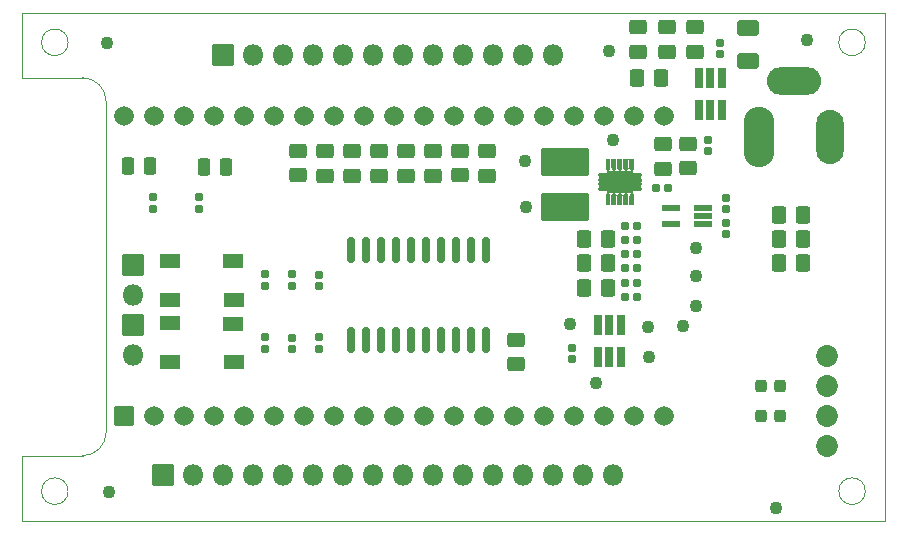
<source format=gbr>
%TF.GenerationSoftware,KiCad,Pcbnew,5.99.0-unknown-308ab8caf~106~ubuntu18.04.1*%
%TF.CreationDate,2021-02-25T19:42:54-08:00*%
%TF.ProjectId,signal-board,7369676e-616c-42d6-926f-6172642e6b69,rev?*%
%TF.SameCoordinates,Original*%
%TF.FileFunction,Soldermask,Bot*%
%TF.FilePolarity,Negative*%
%FSLAX46Y46*%
G04 Gerber Fmt 4.6, Leading zero omitted, Abs format (unit mm)*
G04 Created by KiCad (PCBNEW 5.99.0-unknown-308ab8caf~106~ubuntu18.04.1) date 2021-02-25 19:42:54*
%MOMM*%
%LPD*%
G01*
G04 APERTURE LIST*
G04 Aperture macros list*
%AMRoundRect*
0 Rectangle with rounded corners*
0 $1 Rounding radius*
0 $2 $3 $4 $5 $6 $7 $8 $9 X,Y pos of 4 corners*
0 Add a 4 corners polygon primitive as box body*
4,1,4,$2,$3,$4,$5,$6,$7,$8,$9,$2,$3,0*
0 Add four circle primitives for the rounded corners*
1,1,$1+$1,$2,$3,0*
1,1,$1+$1,$4,$5,0*
1,1,$1+$1,$6,$7,0*
1,1,$1+$1,$8,$9,0*
0 Add four rect primitives between the rounded corners*
20,1,$1+$1,$2,$3,$4,$5,0*
20,1,$1+$1,$4,$5,$6,$7,0*
20,1,$1+$1,$6,$7,$8,$9,0*
20,1,$1+$1,$8,$9,$2,$3,0*%
G04 Aperture macros list end*
%TA.AperFunction,Profile*%
%ADD10C,0.100000*%
%TD*%
%TA.AperFunction,Profile*%
%ADD11C,0.120000*%
%TD*%
%ADD12RoundRect,0.050800X0.850000X-0.850000X0.850000X0.850000X-0.850000X0.850000X-0.850000X-0.850000X0*%
%ADD13O,1.801600X1.801600*%
%ADD14O,2.601600X5.101600*%
%ADD15O,2.351600X4.601600*%
%ADD16O,4.601600X2.351600*%
%ADD17C,1.851600*%
%ADD18RoundRect,0.050800X0.780000X-0.780000X0.780000X0.780000X-0.780000X0.780000X-0.780000X-0.780000X0*%
%ADD19C,1.661600*%
%ADD20RoundRect,0.172900X-0.197900X0.172900X-0.197900X-0.172900X0.197900X-0.172900X0.197900X0.172900X0*%
%ADD21RoundRect,0.172900X-0.172900X-0.197900X0.172900X-0.197900X0.172900X0.197900X-0.172900X0.197900X0*%
%ADD22C,1.101600*%
%ADD23RoundRect,0.269150X-0.269150X-0.481650X0.269150X-0.481650X0.269150X0.481650X-0.269150X0.481650X0*%
%ADD24RoundRect,0.272087X0.478713X-0.353713X0.478713X0.353713X-0.478713X0.353713X-0.478713X-0.353713X0*%
%ADD25RoundRect,0.272087X-0.478713X0.353713X-0.478713X-0.353713X0.478713X-0.353713X0.478713X0.353713X0*%
%ADD26RoundRect,0.272087X0.353713X0.478713X-0.353713X0.478713X-0.353713X-0.478713X0.353713X-0.478713X0*%
%ADD27RoundRect,0.272087X-0.353713X-0.478713X0.353713X-0.478713X0.353713X0.478713X-0.353713X0.478713X0*%
%ADD28RoundRect,0.050800X0.825000X0.575000X-0.825000X0.575000X-0.825000X-0.575000X0.825000X-0.575000X0*%
%ADD29RoundRect,0.172900X0.197900X-0.172900X0.197900X0.172900X-0.197900X0.172900X-0.197900X-0.172900X0*%
%ADD30RoundRect,0.269150X0.269150X0.481650X-0.269150X0.481650X-0.269150X-0.481650X0.269150X-0.481650X0*%
%ADD31RoundRect,0.270320X0.655480X-0.405480X0.655480X0.405480X-0.655480X0.405480X-0.655480X-0.405480X0*%
%ADD32RoundRect,0.172900X0.172900X0.197900X-0.172900X0.197900X-0.172900X-0.197900X0.172900X-0.197900X0*%
%ADD33RoundRect,0.050800X-0.325000X0.780000X-0.325000X-0.780000X0.325000X-0.780000X0.325000X0.780000X0*%
%ADD34RoundRect,0.244150X-0.244150X-0.281650X0.244150X-0.281650X0.244150X0.281650X-0.244150X0.281650X0*%
%ADD35RoundRect,0.050800X-1.950000X1.100000X-1.950000X-1.100000X1.950000X-1.100000X1.950000X1.100000X0*%
%ADD36RoundRect,0.050800X0.750000X0.200000X-0.750000X0.200000X-0.750000X-0.200000X0.750000X-0.200000X0*%
%ADD37RoundRect,0.050800X0.850000X0.850000X-0.850000X0.850000X-0.850000X-0.850000X0.850000X-0.850000X0*%
%ADD38RoundRect,0.070000X-0.140000X0.140000X-0.140000X-0.140000X0.140000X-0.140000X0.140000X0.140000X0*%
%ADD39O,0.420000X0.990000*%
%ADD40RoundRect,0.050800X-0.350000X0.125000X-0.350000X-0.125000X0.350000X-0.125000X0.350000X0.125000X0*%
%ADD41RoundRect,0.050800X-0.300000X0.115000X-0.300000X-0.115000X0.300000X-0.115000X0.300000X0.115000X0*%
%ADD42RoundRect,0.050800X-0.450000X0.325000X-0.450000X-0.325000X0.450000X-0.325000X0.450000X0.325000X0*%
%ADD43C,0.701600*%
%ADD44RoundRect,0.050800X-1.075000X0.850000X-1.075000X-0.850000X1.075000X-0.850000X1.075000X0.850000X0*%
%ADD45RoundRect,0.175400X0.175400X-0.900400X0.175400X0.900400X-0.175400X0.900400X-0.175400X-0.900400X0*%
G04 APERTURE END LIST*
D10*
X170300000Y-141000000D02*
X170300000Y-98000000D01*
X170300000Y-141000000D02*
X97300000Y-141000000D01*
X97300000Y-135500000D02*
X97300000Y-141000000D01*
X104400000Y-133500000D02*
G75*
G02*
X102400000Y-135500000I-2000000J0D01*
G01*
X104400000Y-133500000D02*
X104400000Y-105500000D01*
X97300000Y-98000000D02*
X97300000Y-103500000D01*
D11*
X101175000Y-138500000D02*
G75*
G03*
X101175000Y-138500000I-1125000J0D01*
G01*
D10*
X102400000Y-103500000D02*
G75*
G02*
X104400000Y-105500000I0J-2000000D01*
G01*
D11*
X101175000Y-100500000D02*
G75*
G03*
X101175000Y-100500000I-1125000J0D01*
G01*
X97300000Y-98000000D02*
X170300000Y-98000000D01*
X168675000Y-138500000D02*
G75*
G03*
X168675000Y-138500000I-1125000J0D01*
G01*
D10*
X102400000Y-135500000D02*
X97300000Y-135500000D01*
D11*
X168675000Y-100500000D02*
G75*
G03*
X168675000Y-100500000I-1125000J0D01*
G01*
D10*
X102400000Y-103500000D02*
X97300000Y-103500000D01*
X170300000Y-141000000D02*
X170300000Y-98000000D01*
X170300000Y-141000000D02*
X97300000Y-141000000D01*
X97300000Y-135500000D02*
X97300000Y-141000000D01*
X104400000Y-133500000D02*
G75*
G02*
X102400000Y-135500000I-2000000J0D01*
G01*
X104400000Y-133500000D02*
X104400000Y-105500000D01*
X97300000Y-98000000D02*
X97300000Y-103500000D01*
D11*
X101175000Y-138500000D02*
G75*
G03*
X101175000Y-138500000I-1125000J0D01*
G01*
D10*
X102400000Y-103500000D02*
G75*
G02*
X104400000Y-105500000I0J-2000000D01*
G01*
D11*
X101175000Y-100500000D02*
G75*
G03*
X101175000Y-100500000I-1125000J0D01*
G01*
X97300000Y-98000000D02*
X170300000Y-98000000D01*
X168675000Y-138500000D02*
G75*
G03*
X168675000Y-138500000I-1125000J0D01*
G01*
D10*
X102400000Y-135500000D02*
X97300000Y-135500000D01*
D11*
X168675000Y-100500000D02*
G75*
G03*
X168675000Y-100500000I-1125000J0D01*
G01*
D10*
X102400000Y-103500000D02*
X97300000Y-103500000D01*
D12*
%TO.C,J4*%
X109220000Y-137160000D03*
D13*
X111760000Y-137160000D03*
X114300000Y-137160000D03*
X116840000Y-137160000D03*
X119380000Y-137160000D03*
X121920000Y-137160000D03*
X124460000Y-137160000D03*
X127000000Y-137160000D03*
X129540000Y-137160000D03*
X132080000Y-137160000D03*
X134620000Y-137160000D03*
X137160000Y-137160000D03*
X139700000Y-137160000D03*
X142240000Y-137160000D03*
X144780000Y-137160000D03*
X147320000Y-137160000D03*
%TD*%
D14*
%TO.C,J1*%
X159675000Y-108475000D03*
D15*
X165675000Y-108475000D03*
D16*
X162675000Y-103775000D03*
%TD*%
D12*
%TO.C,J2*%
X114300000Y-101600000D03*
D13*
X116840000Y-101600000D03*
X119380000Y-101600000D03*
X121920000Y-101600000D03*
X124460000Y-101600000D03*
X127000000Y-101600000D03*
X129540000Y-101600000D03*
X132080000Y-101600000D03*
X134620000Y-101600000D03*
X137160000Y-101600000D03*
X139700000Y-101600000D03*
X142240000Y-101600000D03*
%TD*%
D17*
%TO.C,J3*%
X165430200Y-127076200D03*
X165430200Y-129616200D03*
X165430200Y-132156200D03*
X165430200Y-134696200D03*
%TD*%
D18*
%TO.C,U2*%
X105890000Y-132100000D03*
D19*
X108430000Y-132100000D03*
X110970000Y-132100000D03*
X113510000Y-132100000D03*
X116050000Y-132100000D03*
X118590000Y-132100000D03*
X121130000Y-132100000D03*
X123670000Y-132100000D03*
X126210000Y-132100000D03*
X128750000Y-132100000D03*
X131290000Y-132100000D03*
X133830000Y-132100000D03*
X136370000Y-132100000D03*
X138910000Y-132100000D03*
X141450000Y-132100000D03*
X143990000Y-132100000D03*
X146530000Y-132100000D03*
X149070000Y-132100000D03*
X151610000Y-132100000D03*
X105890000Y-106700000D03*
X108430000Y-106700000D03*
X110970000Y-106700000D03*
X113510000Y-106700000D03*
X116050000Y-106700000D03*
X118590000Y-106700000D03*
X121130000Y-106700000D03*
X123670000Y-106700000D03*
X126210000Y-106700000D03*
X128750000Y-106700000D03*
X131290000Y-106700000D03*
X133830000Y-106700000D03*
X136370000Y-106700000D03*
X138910000Y-106700000D03*
X141450000Y-106700000D03*
X143990000Y-106700000D03*
X146530000Y-106700000D03*
X149070000Y-106700000D03*
X151610000Y-106700000D03*
%TD*%
D20*
%TO.C,R4*%
X117856000Y-125490000D03*
X117856000Y-126460000D03*
%TD*%
D21*
%TO.C,R2*%
X148365666Y-117248220D03*
X149335666Y-117248220D03*
%TD*%
D22*
%TO.C,TP_GND7*%
X161150000Y-139900000D03*
%TD*%
%TO.C,TP_GND4*%
X104444800Y-100584000D03*
%TD*%
D23*
%TO.C,D2*%
X112661577Y-111043878D03*
X114536577Y-111043878D03*
%TD*%
D22*
%TO.C,TP5*%
X154330400Y-120319800D03*
%TD*%
D24*
%TO.C,R12*%
X132080000Y-111787000D03*
X132080000Y-109737000D03*
%TD*%
D25*
%TO.C,C1*%
X153644600Y-109109400D03*
X153644600Y-111159400D03*
%TD*%
D26*
%TO.C,C6*%
X146897200Y-119202200D03*
X144847200Y-119202200D03*
%TD*%
D20*
%TO.C,R8*%
X108407200Y-113611800D03*
X108407200Y-114581800D03*
%TD*%
D24*
%TO.C,R10*%
X136652000Y-111787000D03*
X136652000Y-109737000D03*
%TD*%
D22*
%TO.C,TP_GND3*%
X163728400Y-100304600D03*
%TD*%
%TO.C,TP1*%
X139827000Y-110540800D03*
%TD*%
D25*
%TO.C,C2*%
X151511000Y-109137800D03*
X151511000Y-111187800D03*
%TD*%
D22*
%TO.C,TP2*%
X153200000Y-124536200D03*
%TD*%
D20*
%TO.C,R19*%
X156387800Y-100530800D03*
X156387800Y-101500800D03*
%TD*%
D27*
%TO.C,C13*%
X161357200Y-119176800D03*
X163407200Y-119176800D03*
%TD*%
D24*
%TO.C,C17*%
X151873800Y-101278800D03*
X151873800Y-99228800D03*
%TD*%
D20*
%TO.C,R7*%
X122428000Y-120165000D03*
X122428000Y-121135000D03*
%TD*%
%TO.C,R6*%
X117856000Y-120156000D03*
X117856000Y-121126000D03*
%TD*%
D28*
%TO.C,SW1*%
X115147000Y-124308000D03*
X109847000Y-124233000D03*
X115197000Y-127583000D03*
X109847000Y-127583000D03*
%TD*%
D29*
%TO.C,R24*%
X156921200Y-116766200D03*
X156921200Y-115796200D03*
%TD*%
D26*
%TO.C,C5*%
X146897200Y-121259600D03*
X144847200Y-121259600D03*
%TD*%
D24*
%TO.C,R16*%
X122936000Y-111778000D03*
X122936000Y-109728000D03*
%TD*%
D30*
%TO.C,D1*%
X108149267Y-111010482D03*
X106274267Y-111010482D03*
%TD*%
D22*
%TO.C,TP8*%
X150317200Y-124612400D03*
%TD*%
D26*
%TO.C,C15*%
X151393000Y-103479600D03*
X149343000Y-103479600D03*
%TD*%
D31*
%TO.C,F1*%
X158750000Y-102085600D03*
X158750000Y-99285600D03*
%TD*%
D29*
%TO.C,C9*%
X120142000Y-121126000D03*
X120142000Y-120156000D03*
%TD*%
D32*
%TO.C,R20*%
X149335666Y-119639460D03*
X148365666Y-119639460D03*
%TD*%
D33*
%TO.C,U3*%
X146065200Y-124405400D03*
X147015200Y-124405400D03*
X147965200Y-124405400D03*
X147965200Y-127105400D03*
X147015200Y-127105400D03*
X146065200Y-127105400D03*
%TD*%
D29*
%TO.C,C8*%
X120142000Y-126469000D03*
X120142000Y-125499000D03*
%TD*%
D26*
%TO.C,C7*%
X146897200Y-117144800D03*
X144847200Y-117144800D03*
%TD*%
D24*
%TO.C,C14*%
X154279600Y-101278800D03*
X154279600Y-99228800D03*
%TD*%
D22*
%TO.C,TP2-3*%
X147345400Y-108737400D03*
%TD*%
D24*
%TO.C,R15*%
X125222000Y-111787000D03*
X125222000Y-109737000D03*
%TD*%
D34*
%TO.C,D4*%
X159862500Y-129625000D03*
X161437500Y-129625000D03*
%TD*%
D20*
%TO.C,R5*%
X122428000Y-125490000D03*
X122428000Y-126460000D03*
%TD*%
D28*
%TO.C,SW2*%
X115147000Y-119050000D03*
X109847000Y-118975000D03*
X115197000Y-122325000D03*
X109847000Y-122325000D03*
%TD*%
D22*
%TO.C,TP10*%
X139954000Y-114427000D03*
%TD*%
%TO.C,TP11*%
X150368000Y-127101600D03*
%TD*%
D24*
%TO.C,C10*%
X139065000Y-127771000D03*
X139065000Y-125721000D03*
%TD*%
D22*
%TO.C,5V_SW1*%
X145872200Y-129336800D03*
%TD*%
D20*
%TO.C,R22*%
X143840200Y-126362600D03*
X143840200Y-127332600D03*
%TD*%
D21*
%TO.C,C3*%
X150975200Y-112826800D03*
X151945200Y-112826800D03*
%TD*%
D24*
%TO.C,R13*%
X129794000Y-111787000D03*
X129794000Y-109737000D03*
%TD*%
D35*
%TO.C,L1*%
X143267100Y-110670600D03*
X143267100Y-114470600D03*
%TD*%
D27*
%TO.C,C11*%
X161357200Y-115112800D03*
X163407200Y-115112800D03*
%TD*%
D22*
%TO.C,TP_GND5*%
X104673400Y-138607800D03*
%TD*%
D24*
%TO.C,R17*%
X120650000Y-111769000D03*
X120650000Y-109719000D03*
%TD*%
D22*
%TO.C,TP4*%
X154330400Y-117932200D03*
%TD*%
D36*
%TO.C,U5*%
X154898400Y-114564400D03*
X154898400Y-115214400D03*
X154898400Y-115864400D03*
X152238400Y-115864400D03*
X152238400Y-114564400D03*
%TD*%
D29*
%TO.C,R18*%
X155346400Y-109730400D03*
X155346400Y-108760400D03*
%TD*%
D21*
%TO.C,R3*%
X148365666Y-122030700D03*
X149335666Y-122030700D03*
%TD*%
D22*
%TO.C,TP9*%
X143662400Y-124358400D03*
%TD*%
D21*
%TO.C,R1*%
X148365666Y-118443840D03*
X149335666Y-118443840D03*
%TD*%
D27*
%TO.C,C12*%
X161357200Y-117144800D03*
X163407200Y-117144800D03*
%TD*%
D21*
%TO.C,R21*%
X148365666Y-120835080D03*
X149335666Y-120835080D03*
%TD*%
D22*
%TO.C,TP3*%
X146964400Y-101219000D03*
%TD*%
D33*
%TO.C,U4*%
X154599600Y-103552000D03*
X155549600Y-103552000D03*
X156499600Y-103552000D03*
X156499600Y-106252000D03*
X155549600Y-106252000D03*
X154599600Y-106252000D03*
%TD*%
D22*
%TO.C,TP6*%
X154305000Y-122783600D03*
%TD*%
D34*
%TO.C,D3*%
X159862500Y-132100212D03*
X161437500Y-132100212D03*
%TD*%
D37*
%TO.C,J5*%
X106680000Y-124460000D03*
D13*
X106680000Y-127000000D03*
%TD*%
D38*
%TO.C,U1*%
X146917100Y-110560600D03*
D39*
X146917100Y-110845600D03*
X147417100Y-110845600D03*
D38*
X147417100Y-110560600D03*
D39*
X147917100Y-110845600D03*
D38*
X147917100Y-110560600D03*
X148417100Y-110560600D03*
D39*
X148417100Y-110845600D03*
X148917100Y-110845600D03*
D38*
X148917100Y-110560600D03*
X148917100Y-114080600D03*
D39*
X148917100Y-113795600D03*
X148417100Y-113795600D03*
D38*
X148417100Y-114080600D03*
X147917100Y-114080600D03*
D39*
X147917100Y-113795600D03*
D38*
X147417100Y-114080600D03*
D39*
X147417100Y-113795600D03*
D38*
X146917100Y-114080600D03*
D39*
X146917100Y-113795600D03*
D40*
X149342100Y-112520600D03*
D41*
X149342100Y-111720600D03*
D42*
X148477100Y-112755600D03*
X148477100Y-111885600D03*
X147357100Y-111885600D03*
D43*
X147917100Y-112320600D03*
D41*
X146492100Y-112920600D03*
X146492100Y-111720600D03*
X149342100Y-112120600D03*
D40*
X146492100Y-112120600D03*
X149342100Y-112920600D03*
X146492100Y-112520600D03*
D43*
X147417100Y-112820600D03*
D40*
X146492100Y-112920600D03*
X149342100Y-112120600D03*
D41*
X146492100Y-112120600D03*
D40*
X149342100Y-111720600D03*
D43*
X148417100Y-112820600D03*
D40*
X146492100Y-111720600D03*
D42*
X147357100Y-112755600D03*
D43*
X148417100Y-111820600D03*
D41*
X149342100Y-112520600D03*
D44*
X147917100Y-112320600D03*
D41*
X149342100Y-112920600D03*
X146492100Y-112520600D03*
D43*
X147417100Y-111820600D03*
%TD*%
D21*
%TO.C,C4*%
X148365666Y-116052600D03*
X149335666Y-116052600D03*
%TD*%
D20*
%TO.C,R23*%
X156921200Y-113662600D03*
X156921200Y-114632600D03*
%TD*%
D24*
%TO.C,C16*%
X149468000Y-101278800D03*
X149468000Y-99228800D03*
%TD*%
D45*
%TO.C,IC1*%
X136525000Y-125730000D03*
X135255000Y-125730000D03*
X133985000Y-125730000D03*
X132715000Y-125730000D03*
X131445000Y-125730000D03*
X130175000Y-125730000D03*
X128905000Y-125730000D03*
X127635000Y-125730000D03*
X126365000Y-125730000D03*
X125095000Y-125730000D03*
X125095000Y-118110000D03*
X126365000Y-118110000D03*
X127635000Y-118110000D03*
X128905000Y-118110000D03*
X130175000Y-118110000D03*
X131445000Y-118110000D03*
X132715000Y-118110000D03*
X133985000Y-118110000D03*
X135255000Y-118110000D03*
X136525000Y-118110000D03*
%TD*%
D24*
%TO.C,R11*%
X134366000Y-111769000D03*
X134366000Y-109719000D03*
%TD*%
D37*
%TO.C,J6*%
X106680000Y-119380000D03*
D13*
X106680000Y-121920000D03*
%TD*%
D20*
%TO.C,R9*%
X112268000Y-113637200D03*
X112268000Y-114607200D03*
%TD*%
D24*
%TO.C,R14*%
X127508000Y-111787000D03*
X127508000Y-109737000D03*
%TD*%
G36*
X148227942Y-113426513D02*
G01*
X148228097Y-113427846D01*
X148209100Y-113510460D01*
X148209101Y-113940596D01*
X148209100Y-113940604D01*
X148209100Y-114220401D01*
X148213895Y-114244511D01*
X148213252Y-114246405D01*
X148211290Y-114246795D01*
X148210270Y-114246012D01*
X148207646Y-114242085D01*
X148176530Y-114221293D01*
X148140028Y-114228555D01*
X148126666Y-114241917D01*
X148123930Y-114246012D01*
X148122136Y-114246897D01*
X148120473Y-114245786D01*
X148120305Y-114244511D01*
X148125100Y-114220401D01*
X148125100Y-113510826D01*
X148106206Y-113427999D01*
X148106796Y-113426088D01*
X148108746Y-113425643D01*
X148109819Y-113426443D01*
X148111863Y-113429502D01*
X148112162Y-113430223D01*
X148119456Y-113466890D01*
X148140246Y-113498005D01*
X148176530Y-113505223D01*
X148207472Y-113484547D01*
X148214705Y-113467087D01*
X148222037Y-113430225D01*
X148222336Y-113429504D01*
X148224485Y-113426287D01*
X148226279Y-113425402D01*
X148227942Y-113426513D01*
G37*
G36*
X148727942Y-113426513D02*
G01*
X148728097Y-113427846D01*
X148709100Y-113510460D01*
X148709101Y-113940596D01*
X148709100Y-113940604D01*
X148709100Y-114220401D01*
X148713895Y-114244511D01*
X148713252Y-114246405D01*
X148711290Y-114246795D01*
X148710270Y-114246012D01*
X148707646Y-114242085D01*
X148676530Y-114221293D01*
X148640028Y-114228555D01*
X148626666Y-114241917D01*
X148623930Y-114246012D01*
X148622136Y-114246897D01*
X148620473Y-114245786D01*
X148620305Y-114244511D01*
X148625100Y-114220401D01*
X148625100Y-113510826D01*
X148606206Y-113427999D01*
X148606796Y-113426088D01*
X148608746Y-113425643D01*
X148609819Y-113426443D01*
X148611863Y-113429502D01*
X148612162Y-113430223D01*
X148619456Y-113466890D01*
X148640246Y-113498005D01*
X148676530Y-113505223D01*
X148707472Y-113484547D01*
X148714705Y-113467087D01*
X148722037Y-113430225D01*
X148722336Y-113429504D01*
X148724485Y-113426287D01*
X148726279Y-113425402D01*
X148727942Y-113426513D01*
G37*
G36*
X147227942Y-113426513D02*
G01*
X147228097Y-113427846D01*
X147209100Y-113510460D01*
X147209101Y-113940596D01*
X147209100Y-113940604D01*
X147209100Y-114220401D01*
X147213895Y-114244511D01*
X147213252Y-114246405D01*
X147211290Y-114246795D01*
X147210270Y-114246012D01*
X147207646Y-114242085D01*
X147176530Y-114221293D01*
X147140028Y-114228555D01*
X147126666Y-114241917D01*
X147123930Y-114246012D01*
X147122136Y-114246897D01*
X147120473Y-114245786D01*
X147120305Y-114244511D01*
X147125100Y-114220401D01*
X147125100Y-113510826D01*
X147106206Y-113427999D01*
X147106796Y-113426088D01*
X147108746Y-113425643D01*
X147109819Y-113426443D01*
X147111863Y-113429502D01*
X147112162Y-113430223D01*
X147119456Y-113466890D01*
X147140246Y-113498005D01*
X147176530Y-113505223D01*
X147207472Y-113484547D01*
X147214705Y-113467087D01*
X147222037Y-113430225D01*
X147222336Y-113429504D01*
X147224485Y-113426287D01*
X147226279Y-113425402D01*
X147227942Y-113426513D01*
G37*
G36*
X147727942Y-113426513D02*
G01*
X147728097Y-113427846D01*
X147709100Y-113510460D01*
X147709101Y-113940596D01*
X147709100Y-113940604D01*
X147709100Y-114220401D01*
X147713895Y-114244511D01*
X147713252Y-114246405D01*
X147711290Y-114246795D01*
X147710270Y-114246012D01*
X147707646Y-114242085D01*
X147676530Y-114221293D01*
X147640028Y-114228555D01*
X147626666Y-114241917D01*
X147623930Y-114246012D01*
X147622136Y-114246897D01*
X147620473Y-114245786D01*
X147620305Y-114244511D01*
X147625100Y-114220401D01*
X147625100Y-113510826D01*
X147606206Y-113427999D01*
X147606796Y-113426088D01*
X147608746Y-113425643D01*
X147609819Y-113426443D01*
X147611863Y-113429502D01*
X147612162Y-113430223D01*
X147619456Y-113466890D01*
X147640246Y-113498005D01*
X147676530Y-113505223D01*
X147707472Y-113484547D01*
X147714705Y-113467087D01*
X147722037Y-113430225D01*
X147722336Y-113429504D01*
X147724485Y-113426287D01*
X147726279Y-113425402D01*
X147727942Y-113426513D01*
G37*
G36*
X148998936Y-113219020D02*
G01*
X148999326Y-113220982D01*
X148998543Y-113222002D01*
X148969205Y-113241605D01*
X148961987Y-113277889D01*
X148982663Y-113308831D01*
X148995767Y-113314260D01*
X148996113Y-113314445D01*
X149021701Y-113331542D01*
X149022586Y-113333336D01*
X149021475Y-113334999D01*
X149019721Y-113335006D01*
X148963525Y-113307900D01*
X148871030Y-113307819D01*
X148814642Y-113334896D01*
X148812647Y-113334744D01*
X148811782Y-113332941D01*
X148812665Y-113331430D01*
X148841078Y-113312445D01*
X148861870Y-113281329D01*
X148854652Y-113245045D01*
X148823621Y-113224311D01*
X148814268Y-113223390D01*
X148812642Y-113222225D01*
X148812838Y-113220235D01*
X148814464Y-113219400D01*
X148991901Y-113219400D01*
X148997042Y-113218377D01*
X148998936Y-113219020D01*
G37*
G36*
X148521467Y-113220400D02*
G01*
X148521467Y-113222400D01*
X148520500Y-113223248D01*
X148485558Y-113237722D01*
X148471401Y-113271899D01*
X148485683Y-113306379D01*
X148492873Y-113312281D01*
X148521697Y-113331540D01*
X148522582Y-113333334D01*
X148521471Y-113334997D01*
X148519717Y-113335004D01*
X148463525Y-113307900D01*
X148371030Y-113307819D01*
X148314642Y-113334896D01*
X148312647Y-113334744D01*
X148311782Y-113332941D01*
X148312665Y-113331430D01*
X148341078Y-113312445D01*
X148361870Y-113281329D01*
X148354652Y-113245045D01*
X148323621Y-113224311D01*
X148314268Y-113223390D01*
X148312642Y-113222225D01*
X148312838Y-113220235D01*
X148314464Y-113219400D01*
X148519735Y-113219400D01*
X148521467Y-113220400D01*
G37*
G36*
X147521467Y-113220400D02*
G01*
X147521467Y-113222400D01*
X147520500Y-113223248D01*
X147485558Y-113237722D01*
X147471401Y-113271899D01*
X147485683Y-113306379D01*
X147492873Y-113312281D01*
X147521697Y-113331540D01*
X147522582Y-113333334D01*
X147521471Y-113334997D01*
X147519717Y-113335004D01*
X147463525Y-113307900D01*
X147371030Y-113307819D01*
X147314642Y-113334896D01*
X147312647Y-113334744D01*
X147311782Y-113332941D01*
X147312665Y-113331430D01*
X147341078Y-113312445D01*
X147361870Y-113281329D01*
X147354652Y-113245045D01*
X147323621Y-113224311D01*
X147314268Y-113223390D01*
X147312642Y-113222225D01*
X147312838Y-113220235D01*
X147314464Y-113219400D01*
X147519735Y-113219400D01*
X147521467Y-113220400D01*
G37*
G36*
X146842299Y-113219400D02*
G01*
X147019735Y-113219400D01*
X147021467Y-113220400D01*
X147021467Y-113222400D01*
X147020500Y-113223248D01*
X146985558Y-113237722D01*
X146971401Y-113271899D01*
X146985683Y-113306379D01*
X146992873Y-113312281D01*
X147021697Y-113331540D01*
X147022582Y-113333334D01*
X147021471Y-113334997D01*
X147019717Y-113335004D01*
X146963525Y-113307900D01*
X146871030Y-113307819D01*
X146814642Y-113334896D01*
X146812647Y-113334744D01*
X146811782Y-113332941D01*
X146812665Y-113331430D01*
X146843194Y-113311032D01*
X146843142Y-113310236D01*
X146843824Y-113309458D01*
X146864995Y-113295313D01*
X146872212Y-113259029D01*
X146851536Y-113228086D01*
X146838490Y-113222682D01*
X146837272Y-113221095D01*
X146838037Y-113219247D01*
X146839645Y-113218872D01*
X146842299Y-113219400D01*
G37*
G36*
X148021467Y-113220400D02*
G01*
X148021467Y-113222400D01*
X148020500Y-113223248D01*
X147985558Y-113237722D01*
X147971401Y-113271899D01*
X147985683Y-113306379D01*
X147992873Y-113312281D01*
X148021697Y-113331540D01*
X148022582Y-113333334D01*
X148021471Y-113334997D01*
X148019717Y-113335004D01*
X147963525Y-113307900D01*
X147871030Y-113307819D01*
X147814642Y-113334896D01*
X147812647Y-113334744D01*
X147811782Y-113332941D01*
X147812665Y-113331430D01*
X147841078Y-113312445D01*
X147861870Y-113281329D01*
X147854652Y-113245045D01*
X147823621Y-113224311D01*
X147814268Y-113223390D01*
X147812642Y-113222225D01*
X147812838Y-113220235D01*
X147814464Y-113219400D01*
X148019735Y-113219400D01*
X148021467Y-113220400D01*
G37*
G36*
X149727908Y-112682799D02*
G01*
X149727575Y-112684041D01*
X149724362Y-112688851D01*
X149725002Y-112690149D01*
X149724669Y-112691129D01*
X149711278Y-112711170D01*
X149718540Y-112747672D01*
X149726526Y-112755658D01*
X149726775Y-112755960D01*
X149727576Y-112757158D01*
X149727707Y-112759154D01*
X149726044Y-112760266D01*
X149724802Y-112759933D01*
X149710761Y-112750552D01*
X149691901Y-112746800D01*
X149042900Y-112746800D01*
X149041168Y-112745800D01*
X149040900Y-112744800D01*
X149040900Y-112696400D01*
X149041900Y-112694668D01*
X149042900Y-112694400D01*
X149691901Y-112694400D01*
X149710761Y-112690648D01*
X149724801Y-112681267D01*
X149726797Y-112681136D01*
X149727908Y-112682799D01*
G37*
G36*
X146109398Y-112681267D02*
G01*
X146123439Y-112690648D01*
X146142299Y-112694400D01*
X146791300Y-112694400D01*
X146793032Y-112695400D01*
X146793300Y-112696400D01*
X146793300Y-112744800D01*
X146792300Y-112746532D01*
X146791300Y-112746800D01*
X146142299Y-112746800D01*
X146123439Y-112750552D01*
X146109399Y-112759933D01*
X146107403Y-112760064D01*
X146106292Y-112758401D01*
X146106625Y-112757159D01*
X146109838Y-112752349D01*
X146109198Y-112751051D01*
X146109531Y-112750071D01*
X146122922Y-112730030D01*
X146115660Y-112693528D01*
X146107674Y-112685542D01*
X146107425Y-112685240D01*
X146106624Y-112684042D01*
X146106493Y-112682046D01*
X146108156Y-112680934D01*
X146109398Y-112681267D01*
G37*
G36*
X149727908Y-112282799D02*
G01*
X149727575Y-112284041D01*
X149724362Y-112288851D01*
X149725002Y-112290149D01*
X149724669Y-112291129D01*
X149711278Y-112311170D01*
X149718540Y-112347672D01*
X149726526Y-112355658D01*
X149726775Y-112355960D01*
X149727576Y-112357158D01*
X149727707Y-112359154D01*
X149726044Y-112360266D01*
X149724802Y-112359933D01*
X149710761Y-112350552D01*
X149691901Y-112346800D01*
X149042900Y-112346800D01*
X149041168Y-112345800D01*
X149040900Y-112344800D01*
X149040900Y-112296400D01*
X149041900Y-112294668D01*
X149042900Y-112294400D01*
X149691901Y-112294400D01*
X149710761Y-112290648D01*
X149724801Y-112281267D01*
X149726797Y-112281136D01*
X149727908Y-112282799D01*
G37*
G36*
X146109398Y-112281267D02*
G01*
X146123439Y-112290648D01*
X146142299Y-112294400D01*
X146791300Y-112294400D01*
X146793032Y-112295400D01*
X146793300Y-112296400D01*
X146793300Y-112344800D01*
X146792300Y-112346532D01*
X146791300Y-112346800D01*
X146142299Y-112346800D01*
X146123439Y-112350552D01*
X146109399Y-112359933D01*
X146107403Y-112360064D01*
X146106292Y-112358401D01*
X146106625Y-112357159D01*
X146109838Y-112352349D01*
X146109198Y-112351051D01*
X146109531Y-112350071D01*
X146122922Y-112330030D01*
X146115660Y-112293528D01*
X146107674Y-112285542D01*
X146107425Y-112285240D01*
X146106624Y-112284042D01*
X146106493Y-112282046D01*
X146108156Y-112280934D01*
X146109398Y-112281267D01*
G37*
G36*
X149727908Y-111882799D02*
G01*
X149727575Y-111884041D01*
X149724362Y-111888851D01*
X149725002Y-111890149D01*
X149724669Y-111891129D01*
X149711278Y-111911170D01*
X149718540Y-111947672D01*
X149726526Y-111955658D01*
X149726775Y-111955960D01*
X149727576Y-111957158D01*
X149727707Y-111959154D01*
X149726044Y-111960266D01*
X149724802Y-111959933D01*
X149710761Y-111950552D01*
X149691901Y-111946800D01*
X149042900Y-111946800D01*
X149041168Y-111945800D01*
X149040900Y-111944800D01*
X149040900Y-111896400D01*
X149041900Y-111894668D01*
X149042900Y-111894400D01*
X149691901Y-111894400D01*
X149710761Y-111890648D01*
X149724801Y-111881267D01*
X149726797Y-111881136D01*
X149727908Y-111882799D01*
G37*
G36*
X146109398Y-111881267D02*
G01*
X146123439Y-111890648D01*
X146142299Y-111894400D01*
X146791300Y-111894400D01*
X146793032Y-111895400D01*
X146793300Y-111896400D01*
X146793300Y-111944800D01*
X146792300Y-111946532D01*
X146791300Y-111946800D01*
X146142299Y-111946800D01*
X146123439Y-111950552D01*
X146109399Y-111959933D01*
X146107403Y-111960064D01*
X146106292Y-111958401D01*
X146106625Y-111957159D01*
X146109838Y-111952349D01*
X146109198Y-111951051D01*
X146109531Y-111950071D01*
X146122922Y-111930030D01*
X146115660Y-111893528D01*
X146107674Y-111885542D01*
X146107425Y-111885240D01*
X146106624Y-111884042D01*
X146106493Y-111882046D01*
X146108156Y-111880934D01*
X146109398Y-111881267D01*
G37*
G36*
X146870675Y-111333300D02*
G01*
X146963170Y-111333381D01*
X147019556Y-111306305D01*
X147021551Y-111306457D01*
X147022416Y-111308260D01*
X147021533Y-111309771D01*
X146993122Y-111328755D01*
X146972330Y-111359871D01*
X146979548Y-111396155D01*
X147010579Y-111416889D01*
X147019830Y-111417800D01*
X147314067Y-111417800D01*
X147348642Y-111403478D01*
X147362799Y-111369301D01*
X147348517Y-111334821D01*
X147341327Y-111328920D01*
X147312500Y-111309659D01*
X147311615Y-111307865D01*
X147312726Y-111306202D01*
X147314480Y-111306195D01*
X147370675Y-111333300D01*
X147463170Y-111333381D01*
X147519556Y-111306305D01*
X147521551Y-111306457D01*
X147522416Y-111308260D01*
X147521533Y-111309771D01*
X147493122Y-111328755D01*
X147472330Y-111359871D01*
X147479548Y-111396155D01*
X147510579Y-111416889D01*
X147519932Y-111417810D01*
X147521558Y-111418975D01*
X147521362Y-111420965D01*
X147519736Y-111421800D01*
X146842299Y-111421800D01*
X146837158Y-111422823D01*
X146835264Y-111422180D01*
X146834874Y-111420218D01*
X146835657Y-111419198D01*
X146864995Y-111399595D01*
X146872213Y-111363311D01*
X146851537Y-111332369D01*
X146838432Y-111326940D01*
X146838086Y-111326755D01*
X146812500Y-111309658D01*
X146811615Y-111307864D01*
X146812726Y-111306201D01*
X146814480Y-111306194D01*
X146870675Y-111333300D01*
G37*
G36*
X148870675Y-111333300D02*
G01*
X148963170Y-111333381D01*
X149019556Y-111306305D01*
X149021551Y-111306457D01*
X149022416Y-111308260D01*
X149021533Y-111309771D01*
X148991006Y-111330168D01*
X148991058Y-111330964D01*
X148990376Y-111331742D01*
X148969205Y-111345887D01*
X148961988Y-111382171D01*
X148982664Y-111413114D01*
X148995710Y-111418518D01*
X148996928Y-111420105D01*
X148996163Y-111421953D01*
X148994555Y-111422328D01*
X148991901Y-111421800D01*
X148814465Y-111421800D01*
X148812733Y-111420800D01*
X148812733Y-111418800D01*
X148813700Y-111417952D01*
X148848642Y-111403478D01*
X148862799Y-111369301D01*
X148848517Y-111334821D01*
X148841327Y-111328920D01*
X148812500Y-111309659D01*
X148811615Y-111307865D01*
X148812726Y-111306202D01*
X148814480Y-111306195D01*
X148870675Y-111333300D01*
G37*
G36*
X148370675Y-111333300D02*
G01*
X148463170Y-111333381D01*
X148519556Y-111306305D01*
X148521551Y-111306457D01*
X148522416Y-111308260D01*
X148521533Y-111309771D01*
X148493122Y-111328755D01*
X148472330Y-111359871D01*
X148479548Y-111396155D01*
X148510579Y-111416889D01*
X148519932Y-111417810D01*
X148521558Y-111418975D01*
X148521362Y-111420965D01*
X148519736Y-111421800D01*
X147814465Y-111421800D01*
X147812733Y-111420800D01*
X147812733Y-111418800D01*
X147813700Y-111417952D01*
X147848642Y-111403478D01*
X147862799Y-111369301D01*
X147848517Y-111334821D01*
X147841327Y-111328920D01*
X147812500Y-111309659D01*
X147811615Y-111307865D01*
X147812726Y-111306202D01*
X147814480Y-111306195D01*
X147870675Y-111333300D01*
X147963170Y-111333381D01*
X148019556Y-111306305D01*
X148021551Y-111306457D01*
X148022416Y-111308260D01*
X148021533Y-111309771D01*
X147993122Y-111328755D01*
X147972330Y-111359871D01*
X147979548Y-111396155D01*
X148010579Y-111416889D01*
X148019830Y-111417800D01*
X148314067Y-111417800D01*
X148348642Y-111403478D01*
X148362799Y-111369301D01*
X148348517Y-111334821D01*
X148341327Y-111328920D01*
X148312500Y-111309659D01*
X148311615Y-111307865D01*
X148312726Y-111306202D01*
X148314480Y-111306195D01*
X148370675Y-111333300D01*
G37*
G36*
X148713727Y-110395414D02*
G01*
X148713895Y-110396689D01*
X148709100Y-110420799D01*
X148709100Y-110560234D01*
X148709101Y-111130374D01*
X148727995Y-111213200D01*
X148727405Y-111215111D01*
X148725455Y-111215556D01*
X148724382Y-111214756D01*
X148722338Y-111211697D01*
X148722039Y-111210976D01*
X148714745Y-111174309D01*
X148693955Y-111143193D01*
X148657672Y-111135975D01*
X148626729Y-111156651D01*
X148619496Y-111174111D01*
X148612163Y-111210976D01*
X148611864Y-111211697D01*
X148609715Y-111214913D01*
X148607921Y-111215798D01*
X148606258Y-111214687D01*
X148606103Y-111213354D01*
X148625100Y-111130741D01*
X148625100Y-110420799D01*
X148620305Y-110396689D01*
X148620948Y-110394795D01*
X148622910Y-110394405D01*
X148623930Y-110395188D01*
X148626554Y-110399115D01*
X148657670Y-110419907D01*
X148694172Y-110412645D01*
X148707534Y-110399283D01*
X148710270Y-110395188D01*
X148712064Y-110394303D01*
X148713727Y-110395414D01*
G37*
G36*
X147713727Y-110395414D02*
G01*
X147713895Y-110396689D01*
X147709100Y-110420799D01*
X147709100Y-110560234D01*
X147709101Y-111130374D01*
X147727995Y-111213200D01*
X147727405Y-111215111D01*
X147725455Y-111215556D01*
X147724382Y-111214756D01*
X147722338Y-111211697D01*
X147722039Y-111210976D01*
X147714745Y-111174309D01*
X147693955Y-111143193D01*
X147657672Y-111135975D01*
X147626729Y-111156651D01*
X147619496Y-111174111D01*
X147612163Y-111210976D01*
X147611864Y-111211697D01*
X147609715Y-111214913D01*
X147607921Y-111215798D01*
X147606258Y-111214687D01*
X147606103Y-111213354D01*
X147625100Y-111130741D01*
X147625100Y-110420799D01*
X147620305Y-110396689D01*
X147620948Y-110394795D01*
X147622910Y-110394405D01*
X147623930Y-110395188D01*
X147626554Y-110399115D01*
X147657670Y-110419907D01*
X147694172Y-110412645D01*
X147707534Y-110399283D01*
X147710270Y-110395188D01*
X147712064Y-110394303D01*
X147713727Y-110395414D01*
G37*
G36*
X148213727Y-110395414D02*
G01*
X148213895Y-110396689D01*
X148209100Y-110420799D01*
X148209100Y-110560234D01*
X148209101Y-111130374D01*
X148227995Y-111213200D01*
X148227405Y-111215111D01*
X148225455Y-111215556D01*
X148224382Y-111214756D01*
X148222338Y-111211697D01*
X148222039Y-111210976D01*
X148214745Y-111174309D01*
X148193955Y-111143193D01*
X148157672Y-111135975D01*
X148126729Y-111156651D01*
X148119496Y-111174111D01*
X148112163Y-111210976D01*
X148111864Y-111211697D01*
X148109715Y-111214913D01*
X148107921Y-111215798D01*
X148106258Y-111214687D01*
X148106103Y-111213354D01*
X148125100Y-111130741D01*
X148125100Y-110420799D01*
X148120305Y-110396689D01*
X148120948Y-110394795D01*
X148122910Y-110394405D01*
X148123930Y-110395188D01*
X148126554Y-110399115D01*
X148157670Y-110419907D01*
X148194172Y-110412645D01*
X148207534Y-110399283D01*
X148210270Y-110395188D01*
X148212064Y-110394303D01*
X148213727Y-110395414D01*
G37*
G36*
X147213727Y-110395414D02*
G01*
X147213895Y-110396689D01*
X147209100Y-110420799D01*
X147209100Y-110560234D01*
X147209101Y-111130374D01*
X147227995Y-111213200D01*
X147227405Y-111215111D01*
X147225455Y-111215556D01*
X147224382Y-111214756D01*
X147222338Y-111211697D01*
X147222039Y-111210976D01*
X147214745Y-111174309D01*
X147193955Y-111143193D01*
X147157672Y-111135975D01*
X147126729Y-111156651D01*
X147119496Y-111174111D01*
X147112163Y-111210976D01*
X147111864Y-111211697D01*
X147109715Y-111214913D01*
X147107921Y-111215798D01*
X147106258Y-111214687D01*
X147106103Y-111213354D01*
X147125100Y-111130741D01*
X147125100Y-110420799D01*
X147120305Y-110396689D01*
X147120948Y-110394795D01*
X147122910Y-110394405D01*
X147123930Y-110395188D01*
X147126554Y-110399115D01*
X147157670Y-110419907D01*
X147194172Y-110412645D01*
X147207534Y-110399283D01*
X147210270Y-110395188D01*
X147212064Y-110394303D01*
X147213727Y-110395414D01*
G37*
M02*

</source>
